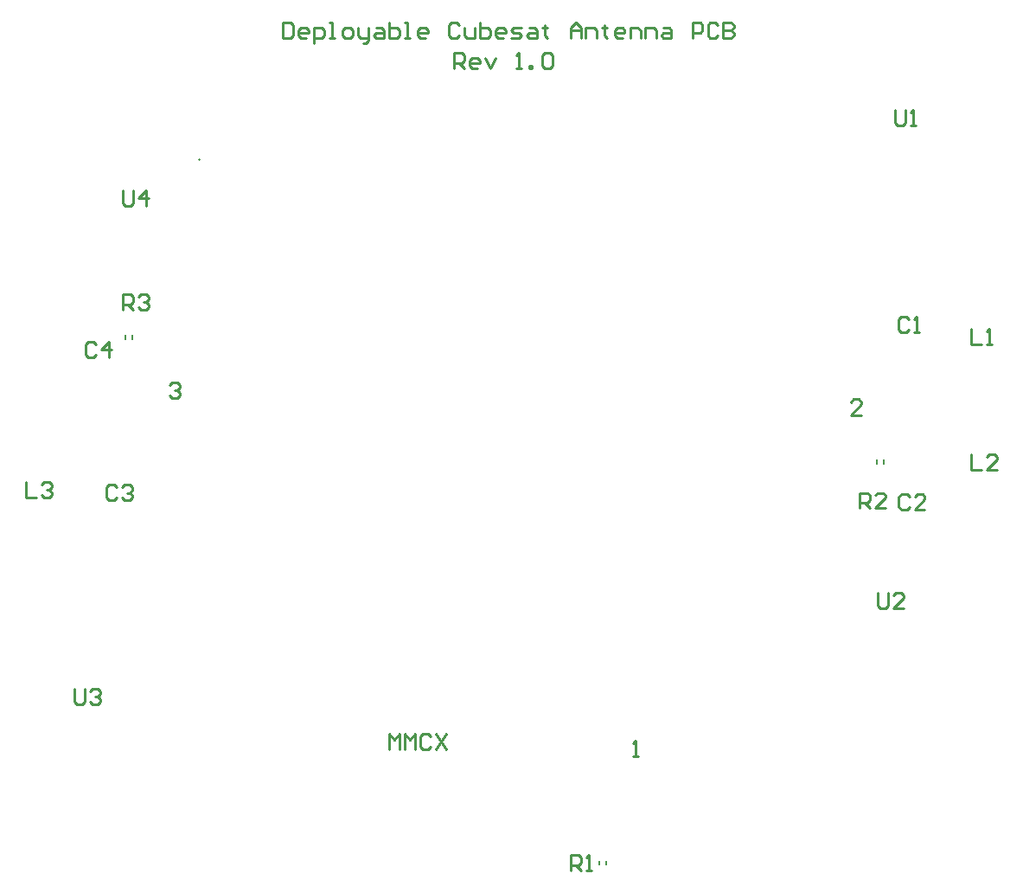
<source format=gto>
G04*
G04 #@! TF.GenerationSoftware,Altium Limited,Altium Designer,19.0.10 (269)*
G04*
G04 Layer_Color=65535*
%FSLAX42Y42*%
%MOMM*%
G71*
G01*
G75*
%ADD10C,0.20*%
%ADD11C,0.25*%
D10*
X3896Y8260D02*
Y8300D01*
X3966Y8260D02*
Y8300D01*
X8607Y3117D02*
Y3157D01*
X8538Y3117D02*
Y3157D01*
X11255Y7042D02*
Y7082D01*
X11325Y7042D02*
Y7082D01*
D11*
X4620Y10020D02*
Y10020D01*
X5436Y11359D02*
Y11207D01*
X5512D01*
X5537Y11232D01*
Y11334D01*
X5512Y11359D01*
X5436D01*
X5664Y11207D02*
X5613D01*
X5588Y11232D01*
Y11283D01*
X5613Y11308D01*
X5664D01*
X5690Y11283D01*
Y11257D01*
X5588D01*
X5740Y11156D02*
Y11308D01*
X5816D01*
X5842Y11283D01*
Y11232D01*
X5816Y11207D01*
X5740D01*
X5893D02*
X5943D01*
X5918D01*
Y11359D01*
X5893D01*
X6045Y11207D02*
X6096D01*
X6121Y11232D01*
Y11283D01*
X6096Y11308D01*
X6045D01*
X6020Y11283D01*
Y11232D01*
X6045Y11207D01*
X6172Y11308D02*
Y11232D01*
X6197Y11207D01*
X6274D01*
Y11181D01*
X6248Y11156D01*
X6223D01*
X6274Y11207D02*
Y11308D01*
X6350D02*
X6400D01*
X6426Y11283D01*
Y11207D01*
X6350D01*
X6324Y11232D01*
X6350Y11257D01*
X6426D01*
X6477Y11359D02*
Y11207D01*
X6553D01*
X6578Y11232D01*
Y11257D01*
Y11283D01*
X6553Y11308D01*
X6477D01*
X6629Y11207D02*
X6680D01*
X6654D01*
Y11359D01*
X6629D01*
X6832Y11207D02*
X6781D01*
X6756Y11232D01*
Y11283D01*
X6781Y11308D01*
X6832D01*
X6858Y11283D01*
Y11257D01*
X6756D01*
X7162Y11334D02*
X7137Y11359D01*
X7086D01*
X7061Y11334D01*
Y11232D01*
X7086Y11207D01*
X7137D01*
X7162Y11232D01*
X7213Y11308D02*
Y11232D01*
X7238Y11207D01*
X7315D01*
Y11308D01*
X7365Y11359D02*
Y11207D01*
X7442D01*
X7467Y11232D01*
Y11257D01*
Y11283D01*
X7442Y11308D01*
X7365D01*
X7594Y11207D02*
X7543D01*
X7518Y11232D01*
Y11283D01*
X7543Y11308D01*
X7594D01*
X7619Y11283D01*
Y11257D01*
X7518D01*
X7670Y11207D02*
X7746D01*
X7772Y11232D01*
X7746Y11257D01*
X7695D01*
X7670Y11283D01*
X7695Y11308D01*
X7772D01*
X7848D02*
X7899D01*
X7924Y11283D01*
Y11207D01*
X7848D01*
X7822Y11232D01*
X7848Y11257D01*
X7924D01*
X8000Y11334D02*
Y11308D01*
X7975D01*
X8026D01*
X8000D01*
Y11232D01*
X8026Y11207D01*
X8254D02*
Y11308D01*
X8305Y11359D01*
X8356Y11308D01*
Y11207D01*
Y11283D01*
X8254D01*
X8406Y11207D02*
Y11308D01*
X8483D01*
X8508Y11283D01*
Y11207D01*
X8584Y11334D02*
Y11308D01*
X8559D01*
X8610D01*
X8584D01*
Y11232D01*
X8610Y11207D01*
X8762D02*
X8711D01*
X8686Y11232D01*
Y11283D01*
X8711Y11308D01*
X8762D01*
X8787Y11283D01*
Y11257D01*
X8686D01*
X8838Y11207D02*
Y11308D01*
X8914D01*
X8940Y11283D01*
Y11207D01*
X8990D02*
Y11308D01*
X9067D01*
X9092Y11283D01*
Y11207D01*
X9168Y11308D02*
X9219D01*
X9244Y11283D01*
Y11207D01*
X9168D01*
X9143Y11232D01*
X9168Y11257D01*
X9244D01*
X9448Y11207D02*
Y11359D01*
X9524D01*
X9549Y11334D01*
Y11283D01*
X9524Y11257D01*
X9448D01*
X9701Y11334D02*
X9676Y11359D01*
X9625D01*
X9600Y11334D01*
Y11232D01*
X9625Y11207D01*
X9676D01*
X9701Y11232D01*
X9752Y11359D02*
Y11207D01*
X9828D01*
X9854Y11232D01*
Y11257D01*
X9828Y11283D01*
X9752D01*
X9828D01*
X9854Y11308D01*
Y11334D01*
X9828Y11359D01*
X9752D01*
X7111Y10912D02*
Y11064D01*
X7188D01*
X7213Y11039D01*
Y10988D01*
X7188Y10963D01*
X7111D01*
X7162D02*
X7213Y10912D01*
X7340D02*
X7289D01*
X7264Y10937D01*
Y10988D01*
X7289Y11014D01*
X7340D01*
X7365Y10988D01*
Y10963D01*
X7264D01*
X7416Y11014D02*
X7467Y10912D01*
X7518Y11014D01*
X7721Y10912D02*
X7772D01*
X7746D01*
Y11064D01*
X7721Y11039D01*
X7848Y10912D02*
Y10937D01*
X7873D01*
Y10912D01*
X7848D01*
X7975Y11039D02*
X8000Y11064D01*
X8051D01*
X8076Y11039D01*
Y10937D01*
X8051Y10912D01*
X8000D01*
X7975Y10937D01*
Y11039D01*
X4331Y7810D02*
X4356Y7836D01*
X4407D01*
X4432Y7810D01*
Y7785D01*
X4407Y7760D01*
X4381D01*
X4407D01*
X4432Y7734D01*
Y7709D01*
X4407Y7683D01*
X4356D01*
X4331Y7709D01*
X3607Y8209D02*
X3581Y8234D01*
X3531D01*
X3505Y8209D01*
Y8107D01*
X3531Y8082D01*
X3581D01*
X3607Y8107D01*
X3734Y8082D02*
Y8234D01*
X3658Y8158D01*
X3759D01*
X3874Y8547D02*
Y8699D01*
X3951D01*
X3976Y8674D01*
Y8623D01*
X3951Y8598D01*
X3874D01*
X3925D02*
X3976Y8547D01*
X4027Y8674D02*
X4052Y8699D01*
X4103D01*
X4128Y8674D01*
Y8649D01*
X4103Y8623D01*
X4078D01*
X4103D01*
X4128Y8598D01*
Y8572D01*
X4103Y8547D01*
X4052D01*
X4027Y8572D01*
X8255Y3061D02*
Y3213D01*
X8331D01*
X8357Y3188D01*
Y3137D01*
X8331Y3111D01*
X8255D01*
X8306D02*
X8357Y3061D01*
X8407D02*
X8458D01*
X8433D01*
Y3213D01*
X8407Y3188D01*
X12178Y8357D02*
Y8204D01*
X12279D01*
X12330D02*
X12381D01*
X12356D01*
Y8357D01*
X12330Y8331D01*
X3874Y9715D02*
Y9588D01*
X3900Y9563D01*
X3951D01*
X3976Y9588D01*
Y9715D01*
X4103Y9563D02*
Y9715D01*
X4027Y9639D01*
X4128D01*
X3397Y4837D02*
Y4710D01*
X3422Y4684D01*
X3473D01*
X3499Y4710D01*
Y4837D01*
X3549Y4811D02*
X3575Y4837D01*
X3626D01*
X3651Y4811D01*
Y4786D01*
X3626Y4760D01*
X3600D01*
X3626D01*
X3651Y4735D01*
Y4710D01*
X3626Y4684D01*
X3575D01*
X3549Y4710D01*
X11265Y5778D02*
Y5651D01*
X11290Y5626D01*
X11341D01*
X11366Y5651D01*
Y5778D01*
X11519Y5626D02*
X11417D01*
X11519Y5728D01*
Y5753D01*
X11493Y5778D01*
X11443D01*
X11417Y5753D01*
X11433Y10501D02*
Y10375D01*
X11458Y10349D01*
X11509D01*
X11534Y10375D01*
Y10501D01*
X11585Y10349D02*
X11636D01*
X11610D01*
Y10501D01*
X11585Y10476D01*
X11087Y6604D02*
Y6756D01*
X11163D01*
X11189Y6731D01*
Y6680D01*
X11163Y6655D01*
X11087D01*
X11138D02*
X11189Y6604D01*
X11341D02*
X11239D01*
X11341Y6706D01*
Y6731D01*
X11316Y6756D01*
X11265D01*
X11239Y6731D01*
X6477Y4242D02*
Y4394D01*
X6528Y4343D01*
X6579Y4394D01*
Y4242D01*
X6629D02*
Y4394D01*
X6680Y4343D01*
X6731Y4394D01*
Y4242D01*
X6883Y4369D02*
X6858Y4394D01*
X6807D01*
X6782Y4369D01*
Y4267D01*
X6807Y4242D01*
X6858D01*
X6883Y4267D01*
X6934Y4394D02*
X7036Y4242D01*
Y4394D02*
X6934Y4242D01*
X2921Y6858D02*
Y6706D01*
X3023D01*
X3074Y6833D02*
X3099Y6858D01*
X3150D01*
X3175Y6833D01*
Y6807D01*
X3150Y6782D01*
X3124D01*
X3150D01*
X3175Y6756D01*
Y6731D01*
X3150Y6706D01*
X3099D01*
X3074Y6731D01*
X12179Y7134D02*
Y6981D01*
X12281D01*
X12433D02*
X12332D01*
X12433Y7083D01*
Y7108D01*
X12408Y7134D01*
X12357D01*
X12332Y7108D01*
X3814Y6807D02*
X3789Y6833D01*
X3738D01*
X3712Y6807D01*
Y6706D01*
X3738Y6680D01*
X3789D01*
X3814Y6706D01*
X3865Y6807D02*
X3890Y6833D01*
X3941D01*
X3966Y6807D01*
Y6782D01*
X3941Y6756D01*
X3916D01*
X3941D01*
X3966Y6731D01*
Y6706D01*
X3941Y6680D01*
X3890D01*
X3865Y6706D01*
X11573Y6718D02*
X11548Y6744D01*
X11497D01*
X11471Y6718D01*
Y6617D01*
X11497Y6591D01*
X11548D01*
X11573Y6617D01*
X11725Y6591D02*
X11624D01*
X11725Y6693D01*
Y6718D01*
X11700Y6744D01*
X11649D01*
X11624Y6718D01*
X11572Y8456D02*
X11547Y8481D01*
X11496D01*
X11471Y8456D01*
Y8354D01*
X11496Y8329D01*
X11547D01*
X11572Y8354D01*
X11623Y8329D02*
X11674D01*
X11648D01*
Y8481D01*
X11623Y8456D01*
X11100Y7518D02*
X10998D01*
X11100Y7620D01*
Y7645D01*
X11074Y7671D01*
X11024D01*
X10998Y7645D01*
X8865Y4174D02*
X8915D01*
X8890D01*
Y4327D01*
X8865Y4301D01*
M02*

</source>
